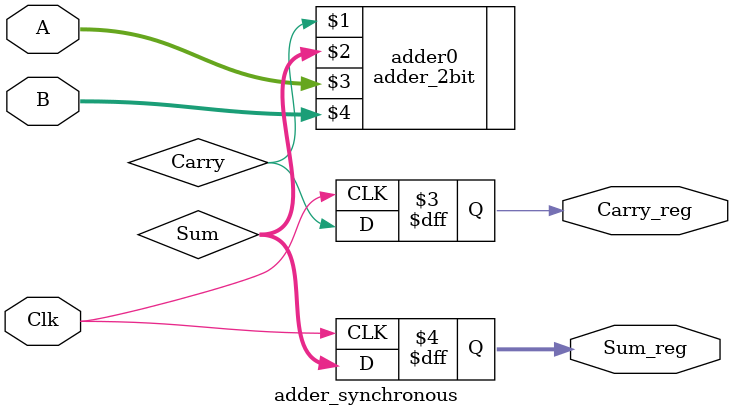
<source format=v>

`timescale 1ns/ 1ps //the delay unit is 1ns
`default_nettype none

/*here we will create the very first synchronous adder*/

module adder_synchronous(Carry_reg, Sum_reg, Clk, A, B);

/*output ports are regs*/

output reg Carry_reg;
output reg [1:0] Sum_reg;

/*inputs are still wires*/

input wire Clk;
input wire [1:0] A,B;

/*here are our intermediate nets*/

reg[1:0] A_reg, B_reg; //we will use these two-bit registers


wire Carry; //this needs to connect to registers described below 

wire [1:0] Sum;

/*here we instantiate our 2bit adder*/

/*this behavioural block describes 2 bit registers*/

adder_2bit adder0(Carry,Sum,A,B);

always@(posedge Clk) //this triggers on the positive edge of the clock

begin

A_reg<=A;//nonblocking assignments are used because we want the two statements to happen concurrently 

B_reg<=B;

end

/*here is described the registers for the result*/
always@(posedge Clk)
begin

Carry_reg<=Carry; //this is to basically drive the registers
Sum_reg<=Sum;

end

endmodule//yeet!
</source>
